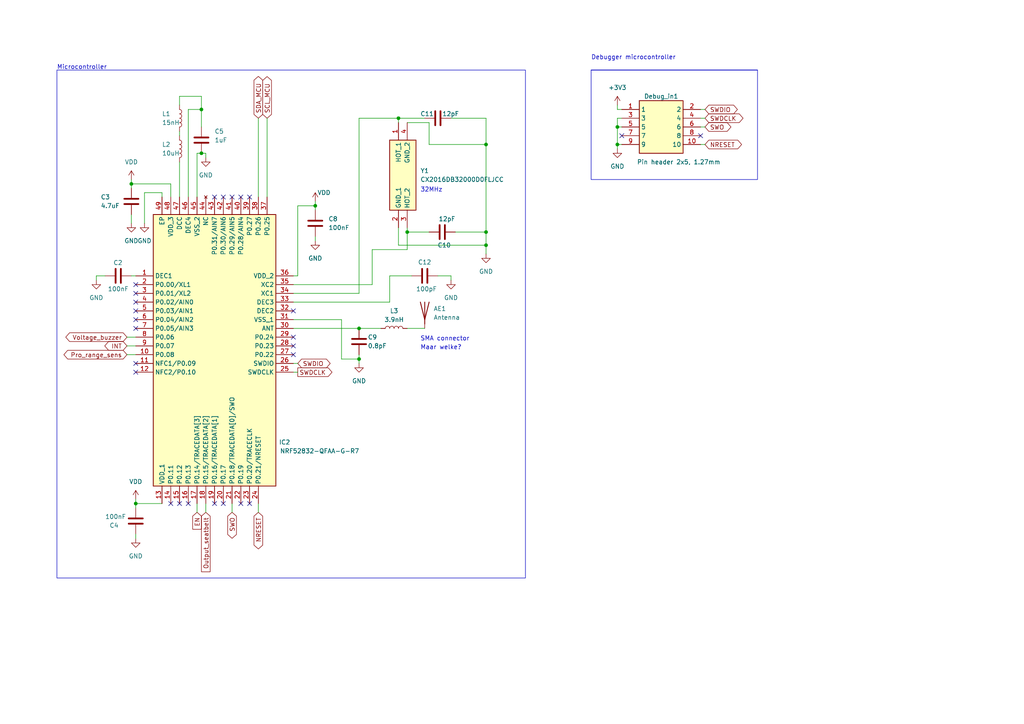
<source format=kicad_sch>
(kicad_sch (version 20230121) (generator eeschema)
  (paper "A4")
  (lib_symbols
    (symbol "CX2016DB32000D0FLJCC:CX2016DB32000D0FLJCC"
      (property "Reference" "Y" (at 26.67 7.62 0))
      (property "Value" "CX2016DB32000D0FLJCC" (at 26.67 5.08 0))
      (symbol "CX2016DB32000D0FLJCC_1_1"
        (rectangle (start 5.08 2.54) (end 25.4 -5.08) (stroke (width 0.254)) (fill (type background)))
        (pin passive line (at 0 -2.54 0) (length 5.08) (name "HOT_1") (number "1"))
        (pin passive line (at 30.48 -2.54 180) (length 5.08) (name "GND_1") (number "2"))
        (pin passive line (at 30.48 0 180) (length 5.08) (name "HOT_2") (number "3"))
        (pin passive line (at 0 0 0) (length 5.08) (name "GND_2") (number "4"))
      )
    )
    (symbol "Device:Antenna" (pin_numbers hide) (pin_names (offset 1.016) hide)
      (property "Reference" "AE" (at -1.905 1.905 0))
      (property "Value" "Antenna" (at -1.905 0 0))
      (symbol "Antenna_0_1"
        (polyline (pts (xy 0 2.54) (xy 0 -3.81)) (stroke (width 0.254)))
        (polyline (pts (xy 1.27 2.54) (xy 0 -2.54) (xy -1.27 2.54)) (stroke (width 0.254)))
      )
      (symbol "Antenna_1_1"
        (pin input line (at 0 -5.08 90) (length 2.54) (name "A") (number "1"))
      )
    )
    (symbol "Device:C" (pin_numbers hide) (pin_names (offset 0.254))
      (property "Reference" "C" (at 0.635 2.54 0))
      (property "Value" "C" (at 0.635 -2.54 0))
      (symbol "C_0_1"
        (polyline (pts (xy -2.032 -0.762) (xy 2.032 -0.762)) (stroke (width 0.508)))
        (polyline (pts (xy -2.032 0.762) (xy 2.032 0.762)) (stroke (width 0.508)))
      )
      (symbol "C_1_1"
        (pin passive line (at 0 3.81 270) (length 2.794) (name "~") (number "1"))
        (pin passive line (at 0 -3.81 90) (length 2.794) (name "~") (number "2"))
      )
    )
    (symbol "Device:L" (pin_numbers hide) (pin_names (offset 1.016) hide)
      (property "Reference" "L" (at -1.27 0 90))
      (property "Value" "L" (at 1.905 0 90))
      (symbol "L_0_1"
        (arc (start 0 -2.54) (mid 0.6323 -1.905) (end 0 -1.27))
        (arc (start 0 -1.27) (mid 0.6323 -0.635) (end 0 0))
        (arc (start 0 0) (mid 0.6323 0.635) (end 0 1.27))
        (arc (start 0 1.27) (mid 0.6323 1.905) (end 0 2.54))
      )
      (symbol "L_1_1"
        (pin passive line (at 0 3.81 270) (length 1.27) (name "1") (number "1"))
        (pin passive line (at 0 -3.81 90) (length 1.27) (name "2") (number "2"))
      )
    )
    (symbol "FTSH-105-01-L-DV-K:FTSH-105-01-L-DV-K"
      (property "Reference" "Debug_in1" (at 11.43 3.81 0))
      (property "Value" "Pin header 2x5, 1.27mm" (at 16.51 -15.24 0))
      (symbol "FTSH-105-01-L-DV-K_1_1"
        (rectangle (start 5.08 2.54) (end 17.78 -12.7) (stroke (width 0.254)) (fill (type background)))
        (pin power_out line (at 0 0 0) (length 5.08) (name "1") (number "1"))
        (pin passive line (at 22.86 -10.16 180) (length 5.08) (name "10") (number "10"))
        (pin passive line (at 22.86 0 180) (length 5.08) (name "2") (number "2"))
        (pin passive line (at 0 -2.54 0) (length 5.08) (name "3") (number "3"))
        (pin passive line (at 22.86 -2.54 180) (length 5.08) (name "4") (number "4"))
        (pin passive line (at 0 -5.08 0) (length 5.08) (name "5") (number "5"))
        (pin passive line (at 22.86 -5.08 180) (length 5.08) (name "6") (number "6"))
        (pin passive line (at 0 -7.62 0) (length 5.08) (name "7") (number "7"))
        (pin passive line (at 22.86 -7.62 180) (length 5.08) (name "8") (number "8"))
        (pin passive line (at 0 -10.16 0) (length 5.08) (name "9") (number "9"))
      )
    )
    (symbol "NRF52832-QFAA-G-R7:NRF52832-QFAA-G-R7"
      (property "Reference" "IC2" (at 43.18 -48.26 0))
      (property "Value" "NRF52832-QFAA-G-R7" (at 53.34 -50.8 0))
      (symbol "NRF52832-QFAA-G-R7_1_1"
        (rectangle (start 5.08 17.78) (end 40.64 -60.96) (stroke (width 0.254)) (fill (type background)))
        (pin passive line (at 0 0 0) (length 5.08) (name "DEC1") (number "1"))
        (pin passive line (at 0 -22.86 0) (length 5.08) (name "P0.08") (number "10"))
        (pin passive line (at 0 -25.4 0) (length 5.08) (name "NFC1/P0.09") (number "11"))
        (pin passive line (at 0 -27.94 0) (length 5.08) (name "NFC2/P0.10") (number "12"))
        (pin power_out line (at 7.62 -66.04 90) (length 5.08) (name "VDD_1") (number "13"))
        (pin passive line (at 10.16 -66.04 90) (length 5.08) (name "P0.11") (number "14"))
        (pin passive line (at 12.7 -66.04 90) (length 5.08) (name "P0.12") (number "15"))
        (pin passive line (at 15.24 -66.04 90) (length 5.08) (name "P0.13") (number "16"))
        (pin passive line (at 17.78 -66.04 90) (length 5.08) (name "P0.14/TRACEDATA[3]") (number "17"))
        (pin passive line (at 20.32 -66.04 90) (length 5.08) (name "P0.15/TRACEDATA[2]") (number "18"))
        (pin passive line (at 22.86 -66.04 90) (length 5.08) (name "P0.16/TRACEDATA[1]") (number "19"))
        (pin passive line (at 0 -2.54 0) (length 5.08) (name "P0.00/XL1") (number "2"))
        (pin passive line (at 25.4 -66.04 90) (length 5.08) (name "P0.17") (number "20"))
        (pin passive line (at 27.94 -66.04 90) (length 5.08) (name "P0.18/TRACEDATA[0]/SWO") (number "21"))
        (pin passive line (at 30.48 -66.04 90) (length 5.08) (name "P0.19") (number "22"))
        (pin passive line (at 33.02 -66.04 90) (length 5.08) (name "P0.20/TRACECLK") (number "23"))
        (pin passive line (at 35.56 -66.04 90) (length 5.08) (name "P0.21/NRESET") (number "24"))
        (pin passive line (at 45.72 -27.94 180) (length 5.08) (name "SWDCLK") (number "25"))
        (pin passive line (at 45.72 -25.4 180) (length 5.08) (name "SWDIO") (number "26"))
        (pin passive line (at 45.72 -22.86 180) (length 5.08) (name "P0.22") (number "27"))
        (pin passive line (at 45.72 -20.32 180) (length 5.08) (name "P0.23") (number "28"))
        (pin passive line (at 45.72 -17.78 180) (length 5.08) (name "P0.24") (number "29"))
        (pin passive line (at 0 -5.08 0) (length 5.08) (name "P0.01/XL2") (number "3"))
        (pin passive line (at 45.72 -15.24 180) (length 5.08) (name "ANT") (number "30"))
        (pin passive line (at 45.72 -12.7 180) (length 5.08) (name "VSS_1") (number "31"))
        (pin passive line (at 45.72 -10.16 180) (length 5.08) (name "DEC2") (number "32"))
        (pin passive line (at 45.72 -7.62 180) (length 5.08) (name "DEC3") (number "33"))
        (pin passive line (at 45.72 -5.08 180) (length 5.08) (name "XC1") (number "34"))
        (pin passive line (at 45.72 -2.54 180) (length 5.08) (name "XC2") (number "35"))
        (pin passive line (at 45.72 0 180) (length 5.08) (name "VDD_2") (number "36"))
        (pin passive line (at 38.1 22.86 270) (length 5.08) (name "P0.25") (number "37"))
        (pin passive line (at 35.56 22.86 270) (length 5.08) (name "P0.26") (number "38"))
        (pin passive line (at 33.02 22.86 270) (length 5.08) (name "P0.27") (number "39"))
        (pin passive line (at 0 -7.62 0) (length 5.08) (name "P0.02/AIN0") (number "4"))
        (pin passive line (at 30.48 22.86 270) (length 5.08) (name "P0.28/AIN4") (number "40"))
        (pin passive line (at 27.94 22.86 270) (length 5.08) (name "P0.29/AIN5") (number "41"))
        (pin passive line (at 25.4 22.86 270) (length 5.08) (name "P0.30/AIN6") (number "42"))
        (pin passive line (at 22.86 22.86 270) (length 5.08) (name "P0.31/AIN7") (number "43"))
        (pin no_connect line (at 20.32 22.86 270) (length 5.08) (name "NC") (number "44"))
        (pin passive line (at 17.78 22.86 270) (length 5.08) (name "VSS_2") (number "45"))
        (pin passive line (at 15.24 22.86 270) (length 5.08) (name "DEC4") (number "46"))
        (pin passive line (at 12.7 22.86 270) (length 5.08) (name "DCC") (number "47"))
        (pin passive line (at 10.16 22.86 270) (length 5.08) (name "VDD_3") (number "48"))
        (pin passive line (at 7.62 22.86 270) (length 5.08) (name "EP") (number "49"))
        (pin passive line (at 0 -10.16 0) (length 5.08) (name "P0.03/AIN1") (number "5"))
        (pin passive line (at 0 -12.7 0) (length 5.08) (name "P0.04/AIN2") (number "6"))
        (pin passive line (at 0 -15.24 0) (length 5.08) (name "P0.05/AIN3") (number "7"))
        (pin passive line (at 0 -17.78 0) (length 5.08) (name "P0.06") (number "8"))
        (pin passive line (at 0 -20.32 0) (length 5.08) (name "P0.07") (number "9"))
      )
    )
    (symbol "power:+3V3" (power) (pin_names (offset 0))
      (property "Value" "+3V3" (at 0 3.556 0))
      (symbol "+3V3_0_1"
        (polyline (pts (xy -0.762 1.27) (xy 0 2.54)))
        (polyline (pts (xy 0 0) (xy 0 2.54)))
        (polyline (pts (xy 0 2.54) (xy 0.762 1.27)))
      )
      (symbol "+3V3_1_1"
        (pin power_in line (at 0 0 90) (length 0) hide (name "+3V3") (number "1"))
      )
    )
    (symbol "power:GND" (power) (pin_names (offset 0))
      (property "Value" "GND" (at 0 -3.81 0))
      (symbol "GND_0_1"
        (polyline (pts (xy 0 0) (xy 0 -1.27) (xy 1.27 -1.27) (xy 0 -2.54) (xy -1.27 -1.27) (xy 0 -1.27)))
      )
      (symbol "GND_1_1"
        (pin power_in line (at 0 0 270) (length 0) hide (name "GND") (number "1"))
      )
    )
    (symbol "power:VDD" (power) (pin_names (offset 0))
      (property "Value" "VDD" (at 0 3.81 0))
      (symbol "VDD_0_1"
        (polyline (pts (xy -0.762 1.27) (xy 0 2.54)))
        (polyline (pts (xy 0 0) (xy 0 2.54)))
        (polyline (pts (xy 0 2.54) (xy 0.762 1.27)))
      )
      (symbol "VDD_1_1"
        (pin power_in line (at 0 0 90) (length 0) hide (name "VDD") (number "1"))
      )
    )
  )
  (junction (at 58.42 44.45))
  (junction (at 140.97 41.91))
  (junction (at 179.07 36.83))
  (junction (at 38.1 53.34))
  (junction (at 115.57 34.29))
  (junction (at 140.97 71.12))
  (junction (at 39.37 146.05))
  (junction (at 179.07 41.91))
  (junction (at 104.14 95.25))
  (junction (at 118.11 67.31))
  (junction (at 140.97 67.31))
  (junction (at 104.14 104.14))
  (junction (at 58.42 31.75))
  (junction (at 91.44 59.69))
  (no_connect (at 52.07 146.05))
  (no_connect (at 54.61 146.05))
  (no_connect (at 39.37 90.17))
  (no_connect (at 180.34 39.37))
  (no_connect (at 39.37 87.63))
  (no_connect (at 203.2 39.37))
  (no_connect (at 85.09 90.17))
  (no_connect (at 72.39 57.15))
  (no_connect (at 69.85 57.15))
  (no_connect (at 39.37 82.55))
  (no_connect (at 72.39 146.05))
  (no_connect (at 69.85 146.05))
  (no_connect (at 39.37 107.95))
  (no_connect (at 62.23 57.15))
  (no_connect (at 39.37 95.25))
  (no_connect (at 39.37 105.41))
  (no_connect (at 64.77 146.05))
  (no_connect (at 49.53 146.05))
  (no_connect (at 67.31 57.15))
  (no_connect (at 85.09 97.79))
  (no_connect (at 85.09 102.87))
  (no_connect (at 62.23 146.05))
  (no_connect (at 39.37 85.09))
  (no_connect (at 64.77 57.15))
  (no_connect (at 39.37 92.71))
  (no_connect (at 85.09 100.33))
  (wire (pts (xy 41.91 64.77) (xy 41.91 55.88)))
  (wire (pts (xy 74.93 34.29) (xy 74.93 57.15)))
  (wire (pts (xy 39.37 154.94) (xy 39.37 156.21)))
  (wire (pts (xy 107.95 72.39) (xy 118.11 72.39)))
  (wire (pts (xy 115.57 34.29) (xy 104.14 34.29)))
  (wire (pts (xy 91.44 58.42) (xy 91.44 59.69)))
  (wire (pts (xy 124.46 35.56) (xy 124.46 41.91)))
  (wire (pts (xy 118.11 67.31) (xy 118.11 72.39)))
  (wire (pts (xy 132.08 67.31) (xy 140.97 67.31)))
  (wire (pts (xy 59.69 146.05) (xy 59.69 148.59)))
  (wire (pts (xy 74.93 146.05) (xy 74.93 148.59)))
  (wire (pts (xy 130.81 80.01) (xy 130.81 81.28)))
  (wire (pts (xy 104.14 34.29) (xy 104.14 85.09)))
  (wire (pts (xy 46.99 55.88) (xy 46.99 57.15)))
  (wire (pts (xy 52.07 38.1) (xy 52.07 39.37)))
  (wire (pts (xy 57.15 57.15) (xy 57.15 44.45)))
  (wire (pts (xy 54.61 31.75) (xy 58.42 31.75)))
  (wire (pts (xy 38.1 52.07) (xy 38.1 53.34)))
  (wire (pts (xy 203.2 41.91) (xy 204.47 41.91)))
  (wire (pts (xy 180.34 34.29) (xy 179.07 34.29)))
  (wire (pts (xy 52.07 27.94) (xy 58.42 27.94)))
  (wire (pts (xy 118.11 95.25) (xy 123.19 95.25)))
  (wire (pts (xy 179.07 36.83) (xy 179.07 41.91)))
  (wire (pts (xy 113.03 80.01) (xy 119.38 80.01)))
  (wire (pts (xy 85.09 82.55) (xy 107.95 82.55)))
  (wire (pts (xy 85.09 80.01) (xy 86.36 80.01)))
  (wire (pts (xy 115.57 35.56) (xy 115.57 34.29)))
  (wire (pts (xy 58.42 31.75) (xy 58.42 36.83)))
  (wire (pts (xy 99.06 104.14) (xy 104.14 104.14)))
  (wire (pts (xy 85.09 105.41) (xy 86.36 105.41)))
  (wire (pts (xy 36.83 100.33) (xy 39.37 100.33)))
  (wire (pts (xy 113.03 87.63) (xy 113.03 80.01)))
  (wire (pts (xy 104.14 102.87) (xy 104.14 104.14)))
  (wire (pts (xy 41.91 55.88) (xy 46.99 55.88)))
  (wire (pts (xy 99.06 92.71) (xy 99.06 104.14)))
  (wire (pts (xy 115.57 34.29) (xy 123.19 34.29)))
  (wire (pts (xy 49.53 53.34) (xy 49.53 57.15)))
  (wire (pts (xy 27.94 81.28) (xy 27.94 80.01)))
  (wire (pts (xy 59.69 45.72) (xy 59.69 44.45)))
  (wire (pts (xy 52.07 30.48) (xy 52.07 27.94)))
  (wire (pts (xy 91.44 59.69) (xy 91.44 60.96)))
  (wire (pts (xy 85.09 85.09) (xy 104.14 85.09)))
  (wire (pts (xy 85.09 87.63) (xy 113.03 87.63)))
  (wire (pts (xy 36.83 102.87) (xy 39.37 102.87)))
  (wire (pts (xy 118.11 67.31) (xy 124.46 67.31)))
  (wire (pts (xy 91.44 68.58) (xy 91.44 69.85)))
  (wire (pts (xy 85.09 95.25) (xy 104.14 95.25)))
  (wire (pts (xy 115.57 66.04) (xy 115.57 71.12)))
  (wire (pts (xy 27.94 80.01) (xy 30.48 80.01)))
  (wire (pts (xy 203.2 31.75) (xy 204.47 31.75)))
  (wire (pts (xy 86.36 80.01) (xy 86.36 59.69)))
  (wire (pts (xy 140.97 71.12) (xy 140.97 73.66)))
  (wire (pts (xy 203.2 34.29) (xy 204.47 34.29)))
  (wire (pts (xy 179.07 30.48) (xy 179.07 31.75)))
  (wire (pts (xy 140.97 67.31) (xy 140.97 71.12)))
  (wire (pts (xy 38.1 80.01) (xy 39.37 80.01)))
  (wire (pts (xy 58.42 27.94) (xy 58.42 31.75)))
  (wire (pts (xy 59.69 44.45) (xy 58.42 44.45)))
  (wire (pts (xy 57.15 44.45) (xy 58.42 44.45)))
  (wire (pts (xy 52.07 46.99) (xy 52.07 57.15)))
  (wire (pts (xy 118.11 35.56) (xy 124.46 35.56)))
  (wire (pts (xy 130.81 34.29) (xy 140.97 34.29)))
  (wire (pts (xy 36.83 97.79) (xy 39.37 97.79)))
  (wire (pts (xy 85.09 107.95) (xy 86.36 107.95)))
  (wire (pts (xy 115.57 71.12) (xy 140.97 71.12)))
  (wire (pts (xy 38.1 53.34) (xy 38.1 54.61)))
  (wire (pts (xy 124.46 41.91) (xy 140.97 41.91)))
  (wire (pts (xy 104.14 95.25) (xy 110.49 95.25)))
  (wire (pts (xy 77.47 34.29) (xy 77.47 57.15)))
  (wire (pts (xy 86.36 59.69) (xy 91.44 59.69)))
  (wire (pts (xy 179.07 34.29) (xy 179.07 36.83)))
  (wire (pts (xy 57.15 146.05) (xy 57.15 148.59)))
  (wire (pts (xy 179.07 41.91) (xy 180.34 41.91)))
  (wire (pts (xy 54.61 57.15) (xy 54.61 31.75)))
  (wire (pts (xy 85.09 92.71) (xy 99.06 92.71)))
  (wire (pts (xy 179.07 43.18) (xy 179.07 41.91)))
  (wire (pts (xy 179.07 31.75) (xy 180.34 31.75)))
  (wire (pts (xy 39.37 144.78) (xy 39.37 146.05)))
  (wire (pts (xy 39.37 146.05) (xy 39.37 147.32)))
  (wire (pts (xy 38.1 53.34) (xy 49.53 53.34)))
  (wire (pts (xy 104.14 104.14) (xy 104.14 105.41)))
  (wire (pts (xy 140.97 34.29) (xy 140.97 41.91)))
  (wire (pts (xy 39.37 146.05) (xy 46.99 146.05)))
  (wire (pts (xy 140.97 41.91) (xy 140.97 67.31)))
  (wire (pts (xy 127 80.01) (xy 130.81 80.01)))
  (wire (pts (xy 203.2 36.83) (xy 204.47 36.83)))
  (wire (pts (xy 107.95 82.55) (xy 107.95 72.39)))
  (wire (pts (xy 118.11 66.04) (xy 118.11 67.31)))
  (wire (pts (xy 67.31 146.05) (xy 67.31 148.59)))
  (wire (pts (xy 179.07 36.83) (xy 180.34 36.83)))
  (wire (pts (xy 38.1 62.23) (xy 38.1 64.77)))
  (rectangle (start 171.45 20.32) (end 219.71 20.32))
  (rectangle (start 16.51 20.32) (end 152.4 167.64))
  (rectangle (start 171.45 20.32) (end 219.71 52.07))
  (text "32MHz\n" (at 121.92 55.88 0) (effects (font (size 1.27 1.27)) (justify left bottom)))
  (text "Microcontroller\n" (at 16.51 20.32 0) (effects (font (size 1.27 1.27)) (justify left bottom)))
  (text "Maar welke?\n" (at 121.92 101.6 0) (effects (font (size 1.27 1.27)) (justify left bottom)))
  (text "SMA connector\n" (at 121.92 99.06 0) (effects (font (size 1.27 1.27)) (justify left bottom)))
  (text "Debugger microcontroller\n\n\n" (at 171.45 21.59 0) (effects (font (size 1.27 1.27)) (justify left bottom)))
  (global_label "Pro_range_sens" (shape bidirectional) (at 36.83 102.87 180) (property "Intersheetrefs" "${INTERSHEET_REFS}" (effects hide)))
  (global_label "SWDCLK" (shape output) (at 86.36 107.95 0) (property "Intersheetrefs" "${INTERSHEET_REFS}" (effects hide)))
  (global_label "NRESET" (shape bidirectional) (at 74.93 148.59 270) (property "Intersheetrefs" "${INTERSHEET_REFS}" (effects hide)))
  (global_label "NRESET" (shape bidirectional) (at 204.47 41.91 0) (property "Intersheetrefs" "${INTERSHEET_REFS}" (effects hide)))
  (global_label "Output_seatbelt" (shape input) (at 59.69 148.59 270) (property "Intersheetrefs" "${INTERSHEET_REFS}" (effects hide)))
  (global_label "SWO" (shape bidirectional) (at 204.47 36.83 0) (property "Intersheetrefs" "${INTERSHEET_REFS}" (effects hide)))
  (global_label "SWO" (shape bidirectional) (at 67.31 148.59 270) (property "Intersheetrefs" "${INTERSHEET_REFS}" (effects hide)))
  (global_label "SDA_MCU" (shape bidirectional) (at 74.93 34.29 90) (property "Intersheetrefs" "${INTERSHEET_REFS}" (effects hide)))
  (global_label "INT" (shape bidirectional) (at 36.83 100.33 180) (property "Intersheetrefs" "${INTERSHEET_REFS}" (effects hide)))
  (global_label "SWDCLK" (shape bidirectional) (at 204.47 34.29 0) (property "Intersheetrefs" "${INTERSHEET_REFS}" (effects hide)))
  (global_label "SWDIO" (shape bidirectional) (at 86.36 105.41 0) (property "Intersheetrefs" "${INTERSHEET_REFS}" (effects hide)))
  (global_label "Voltage_buzzer" (shape bidirectional) (at 36.83 97.79 180) (property "Intersheetrefs" "${INTERSHEET_REFS}" (effects hide)))
  (global_label "EN" (shape input) (at 57.15 148.59 270) (property "Intersheetrefs" "${INTERSHEET_REFS}" (effects hide)))
  (global_label "SCL_MCU" (shape bidirectional) (at 77.47 34.29 90) (property "Intersheetrefs" "${INTERSHEET_REFS}" (effects hide)))
  (global_label "SWDIO" (shape bidirectional) (at 204.47 31.75 0) (property "Intersheetrefs" "${INTERSHEET_REFS}" (effects hide)))
  (symbol (lib_id "power:GND") (at 38.1 64.77 0) (unit 1)
    (property "Reference" "#PWR011" (effects hide))
    (property "Value" "GND" (at 38.1 69.85 0))
    (instances (project "Driver_detector" (path "" (reference "#PWR011") (unit 1)) (path "" (reference "#PWR011") (unit 1))) (project "pcbIOT" (path "" (reference "#PWR022") (unit 1))))
  )
  (symbol (lib_id "NRF52832-QFAA-G-R7:NRF52832-QFAA-G-R7") (at 39.37 80.01 0) (unit 1)
    (property "Reference" "IC2" (at 82.55 128.27 0))
    (property "Value" "NRF52832-QFAA-G-R7" (at 92.71 130.81 0))
    (property "Footprint" "KiCad:QFN40P600X600X95-49N" (effects hide))
    (property "Datasheet" "https://infocenter.nordicsemi.com/pdf/nRF52832_PS_v1.8.pdf" (effects hide))
    (property "Height" "0.95" (effects hide))
    (property "Mouser Part Number" "949-NRF52832QFAAG-R7" (effects hide))
    (property "Mouser Price/Stock" "https://www.mouser.co.uk/ProductDetail/Nordic-Semiconductor/NRF52832-QFAA-G-R7?qs=iLbezkQI%252BsiMpMdgrsoFbQ%3D%3D" (effects hide))
    (property "Manufacturer_Name" "Nordic Semiconductor" (effects hide))
    (property "Manufacturer_Part_Number" "NRF52832-QFAA-G-R7" (effects hide))
    (instances (project "Driver_detector" (path "" (reference "IC2") (unit 1)) (path "" (reference "IC2") (unit 1))) (project "pcbIOT" (path "" (reference "IC1") (unit 1))))
  )
  (symbol (lib_id "power:GND") (at 130.81 81.28 0) (unit 1)
    (property "Reference" "#PWR023" (effects hide))
    (property "Value" "GND" (at 130.81 86.36 0))
    (instances (project "Driver_detector" (path "" (reference "#PWR023") (unit 1)) (path "" (reference "#PWR023") (unit 1))) (project "pcbIOT" (path "" (reference "#PWR025") (unit 1))))
  )
  (symbol (lib_id "Device:C") (at 91.44 64.77 0) (unit 1)
    (property "Reference" "C8" (at 95.25 63.5 0) (effects (justify left)))
    (property "Value" "100nF" (at 95.25 66.04 0) (effects (justify left)))
    (property "Footprint" "Capacitor_SMD:C_0805_2012Metric_Pad1.18x1.45mm_HandSolder" (effects hide))
    (instances (project "Driver_detector" (path "" (reference "C8") (unit 1)) (path "" (reference "C8") (unit 1))) (project "pcbIOT" (path "" (reference "C5") (unit 1))))
  )
  (symbol (lib_id "power:VDD") (at 91.44 58.42 0) (unit 1)
    (property "Reference" "#PWR020" (effects hide))
    (property "Value" "VDD" (at 93.98 55.88 0))
    (instances (project "Driver_detector" (path "" (reference "#PWR020") (unit 1)) (path "" (reference "#PWR020") (unit 1))) (project "pcbIOT" (path "" (reference "#PWR018") (unit 1))))
  )
  (symbol (lib_id "power:GND") (at 41.91 64.77 0) (unit 1)
    (property "Reference" "#PWR014" (effects hide))
    (property "Value" "GND" (at 41.91 69.85 0))
    (instances (project "Driver_detector" (path "" (reference "#PWR014") (unit 1)) (path "" (reference "#PWR014") (unit 1))) (project "pcbIOT" (path "" (reference "#PWR020") (unit 1))))
  )
  (symbol (lib_id "Device:C") (at 39.37 151.13 0) (unit 1)
    (property "Reference" "C4" (at 31.75 152.4 0) (effects (justify left)))
    (property "Value" "100nF" (at 30.48 149.86 0) (effects (justify left)))
    (property "Footprint" "Capacitor_SMD:C_0805_2012Metric_Pad1.18x1.45mm_HandSolder" (effects hide))
  )
  (symbol (lib_id "power:GND") (at 59.69 45.72 0) (unit 1)
    (property "Reference" "#PWR015" (effects hide))
    (property "Value" "GND" (at 59.69 50.8 0))
    (instances (project "Driver_detector" (path "" (reference "#PWR015") (unit 1)) (path "" (reference "#PWR015") (unit 1))) (project "pcbIOT" (path "" (reference "#PWR023") (unit 1))))
  )
  (symbol (lib_id "Device:L") (at 114.3 95.25 90) (unit 1)
    (property "Reference" "L3" (at 114.3 90.17 90))
    (property "Value" "3.9nH" (at 114.3 92.71 90))
    (property "Footprint" "Inductor_SMD:L_0805_2012Metric_Pad1.15x1.40mm_HandSolder" (effects hide))
    (instances (project "Driver_detector" (path "" (reference "L3") (unit 1)) (path "" (reference "L3") (unit 1))) (project "pcbIOT" (path "" (reference "L4") (unit 1))))
  )
  (symbol (lib_id "Device:C") (at 104.14 99.06 0) (unit 1)
    (property "Reference" "C9" (at 106.68 97.79 0) (effects (justify left)))
    (property "Value" "0.8pF" (at 106.68 100.33 0) (effects (justify left)))
    (property "Footprint" "Capacitor_SMD:C_0805_2012Metric_Pad1.18x1.45mm_HandSolder" (effects hide))
    (instances (project "Driver_detector" (path "" (reference "C9") (unit 1)) (path "" (reference "C9") (unit 1))) (project "pcbIOT" (path "" (reference "C11") (unit 1))))
  )
  (symbol (lib_id "power:VDD") (at 39.37 144.78 0) (unit 1)
    (property "Reference" "#PWR012" (effects hide))
    (property "Value" "VDD" (at 39.37 139.7 0))
    (instances (project "Driver_detector" (path "" (reference "#PWR012") (unit 1)) (path "" (reference "#PWR012") (unit 1))) (project "pcbIOT" (path "" (reference "#PWR017") (unit 1))))
  )
  (symbol (lib_id "CX2016DB32000D0FLJCC:CX2016DB32000D0FLJCC") (at 118.11 35.56 270) (unit 1)
    (property "Reference" "Y1" (at 121.92 49.53 90) (effects (justify left)))
    (property "Value" "CX2016DB32000D0FLJCC" (at 121.92 52.07 90) (effects (justify left)))
    (property "Footprint" "LIB_CX2016DB32000:CX2016DB32000D0FLJCC" (effects hide))
    (property "Datasheet" "https://componentsearchengine.com/Datasheets/1/CX2016DB32000D0FLJCC.pdf" (effects hide))
    (property "Height" "0.45" (effects hide))
    (property "Manufacturer_Name" "AVX" (effects hide))
    (property "Manufacturer_Part_Number" "CX2016DB32000D0FLJCC" (effects hide))
    (property "Mouser Part Number" "581-CX2016DB32DFLJCC" (effects hide))
    (property "Mouser Price/Stock" "https://www.mouser.com/Search/Refine.aspx?Keyword=581-CX2016DB32DFLJCC" (effects hide))
    (property "Arrow Part Number" "CX2016DB32000D0FLJCC" (effects hide))
    (property "Arrow Price/Stock" "https://www.arrow.com/en/products/cx2016db32000d0fljcc/avx" (effects hide))
  )
  (symbol (lib_id "Device:C") (at 38.1 58.42 0) (unit 1)
    (property "Reference" "C3" (at 29.21 57.15 0) (effects (justify left)))
    (property "Value" "4.7uF" (at 29.21 59.69 0) (effects (justify left)))
    (property "Footprint" "Capacitor_SMD:C_0805_2012Metric_Pad1.18x1.45mm_HandSolder" (effects hide))
    (instances (project "Driver_detector" (path "" (reference "C3") (unit 1)) (path "" (reference "C3") (unit 1))) (project "pcbIOT" (path "" (reference "C6") (unit 1))))
  )
  (symbol (lib_id "power:GND") (at 27.94 81.28 0) (unit 1)
    (property "Reference" "#PWR09" (effects hide))
    (property "Value" "GND" (at 27.94 86.36 0))
    (instances (project "Driver_detector" (path "" (reference "#PWR09") (unit 1)) (path "" (reference "#PWR09") (unit 1))) (project "pcbIOT" (path "" (reference "#PWR015") (unit 1))))
  )
  (symbol (lib_id "Device:C") (at 34.29 80.01 90) (unit 1)
    (property "Reference" "C2" (at 35.56 76.2 90) (effects (justify left)))
    (property "Value" "100nF" (at 37.3305 83.8108 90) (effects (justify left)))
    (property "Footprint" "Capacitor_SMD:C_0805_2012Metric_Pad1.18x1.45mm_HandSolder" (effects hide))
    (instances (project "Driver_detector" (path "" (reference "C2") (unit 1)) (path "" (reference "C2") (unit 1))) (project "pcbIOT" (path "" (reference "C3") (unit 1))))
  )
  (symbol (lib_id "power:GND") (at 179.07 43.18 0) (unit 1)
    (property "Reference" "#PWR05" (effects hide))
    (property "Value" "GND" (at 179.07 48.26 0))
    (instances (project "Driver_detector" (path "" (reference "#PWR05") (unit 1)) (path "" (reference "#PWR044") (unit 1))) (project "pcbIOT" (path "" (reference "#PWR02") (unit 1))))
  )
  (symbol (lib_id "Device:Antenna") (at 123.19 90.17 0) (unit 1)
    (property "Reference" "AE1" (at 125.73 89.535 0) (effects (justify left)))
    (property "Value" "Antenna" (at 125.73 92.075 0) (effects (justify left)))
    (property "Footprint" "Driver_detector:SMA-connector" (effects hide))
  )
  (symbol (lib_id "Device:C") (at 123.19 80.01 270) (unit 1)
    (property "Reference" "C12" (at 121.2098 76.0489 90) (effects (justify left)))
    (property "Value" "100pF" (at 120.65 83.82 90) (effects (justify left)))
    (property "Footprint" "Capacitor_SMD:C_0805_2012Metric_Pad1.18x1.45mm_HandSolder" (effects hide))
    (instances (project "Driver_detector" (path "" (reference "C12") (unit 1)) (path "" (reference "C12") (unit 1))) (project "pcbIOT" (path "" (reference "C10") (unit 1))))
  )
  (symbol (lib_id "FTSH-105-01-L-DV-K:FTSH-105-01-L-DV-K") (at 180.34 31.75 0) (unit 1)
    (property "Reference" "Debug_in1" (at 191.77 27.94 0))
    (property "Value" "Pin header 2x5, 1.27mm" (at 196.85 46.99 0))
    (property "Footprint" "KiCad:FTSH10501LDVK" (effects hide))
    (property "Datasheet" "https://www.arrow.com/en/products/ftsh-105-01-l-dv-k/samtec" (effects hide))
    (property "Height" "6.1" (effects hide))
    (property "Mouser Part Number" "200-FTSH10501LDVK" (effects hide))
    (property "Mouser Price/Stock" "https://www.mouser.co.uk/ProductDetail/Samtec/FTSH-105-01-L-DV-K?qs=%252B5JSS813miOqo3Vy%252BvhCFg%3D%3D" (effects hide))
    (property "Manufacturer_Name" "SAMTEC" (effects hide))
    (property "Manufacturer_Part_Number" "FTSH-105-01-L-DV-K" (effects hide))
    (instances (project "Driver_detector" (path "" (reference "Debug_in1") (unit 1)) (path "" (reference "Debug_in1") (unit 1))) (project "pcbIOT" (path "" (reference "Debug_in") (unit 1))))
  )
  (symbol (lib_id "power:GND") (at 39.37 156.21 0) (unit 1)
    (property "Reference" "#PWR013" (effects hide))
    (property "Value" "GND" (at 39.37 161.29 0))
    (instances (project "Driver_detector" (path "" (reference "#PWR013") (unit 1)) (path "" (reference "#PWR013") (unit 1))) (project "pcbIOT" (path "" (reference "#PWR016") (unit 1))))
  )
  (symbol (lib_id "Device:C") (at 128.27 67.31 90) (unit 1)
    (property "Reference" "C10" (at 130.81 71.12 90) (effects (justify left)))
    (property "Value" "12pF" (at 132.08 63.5 90) (effects (justify left)))
    (property "Footprint" "Capacitor_SMD:C_0805_2012Metric_Pad1.18x1.45mm_HandSolder" (effects hide))
    (instances (project "Driver_detector" (path "" (reference "C10") (unit 1)) (path "" (reference "C10") (unit 1))) (project "pcbIOT" (path "" (reference "C8") (unit 1))))
  )
  (symbol (lib_id "Device:C") (at 58.42 40.64 0) (unit 1)
    (property "Reference" "C5" (at 62.23 38.1 0) (effects (justify left)))
    (property "Value" "1uF" (at 62.23 40.64 0) (effects (justify left)))
    (property "Footprint" "Capacitor_SMD:C_0805_2012Metric_Pad1.18x1.45mm_HandSolder" (effects hide))
    (instances (project "Driver_detector" (path "" (reference "C5") (unit 1)) (path "" (reference "C5") (unit 1))) (project "pcbIOT" (path "" (reference "C7") (unit 1))))
  )
  (symbol (lib_id "Device:L") (at 52.07 43.18 0) (unit 1)
    (property "Reference" "L2" (at 46.99 41.91 0) (effects (justify left)))
    (property "Value" "10uH" (at 46.99 44.45 0) (effects (justify left)))
    (property "Footprint" "Inductor_SMD:L_0805_2012Metric_Pad1.15x1.40mm_HandSolder" (effects hide))
  )
  (symbol (lib_id "power:GND") (at 140.97 73.66 0) (unit 1)
    (property "Reference" "#PWR024" (effects hide))
    (property "Value" "GND" (at 140.97 78.74 0))
  )
  (symbol (lib_id "power:GND") (at 104.14 105.41 0) (unit 1)
    (property "Reference" "#PWR022" (effects hide))
    (property "Value" "GND" (at 104.14 110.49 0))
    (instances (project "Driver_detector" (path "" (reference "#PWR022") (unit 1)) (path "" (reference "#PWR022") (unit 1))) (project "pcbIOT" (path "" (reference "#PWR026") (unit 1))))
  )
  (symbol (lib_id "power:GND") (at 91.44 69.85 0) (unit 1)
    (property "Reference" "#PWR021" (effects hide))
    (property "Value" "GND" (at 91.44 74.93 0))
    (instances (project "Driver_detector" (path "" (reference "#PWR021") (unit 1)) (path "" (reference "#PWR021") (unit 1))) (project "pcbIOT" (path "" (reference "#PWR019") (unit 1))))
  )
  (symbol (lib_id "Device:C") (at 127 34.29 270) (unit 1)
    (property "Reference" "C11" (at 121.92 33.02 90) (effects (justify left)))
    (property "Value" "12pF" (at 128.27 33.02 90) (effects (justify left)))
    (property "Footprint" "Capacitor_SMD:C_0805_2012Metric_Pad1.18x1.45mm_HandSolder" (effects hide))
    (instances (project "Driver_detector" (path "" (reference "C11") (unit 1)) (path "" (reference "C11") (unit 1))) (project "pcbIOT" (path "" (reference "C9") (unit 1))))
  )
  (symbol (lib_id "Device:L") (at 52.07 34.29 0) (unit 1)
    (property "Reference" "L1" (at 46.99 33.02 0) (effects (justify left)))
    (property "Value" "15nH" (at 46.99 35.56 0) (effects (justify left)))
    (property "Footprint" "Inductor_SMD:L_0805_2012Metric_Pad1.15x1.40mm_HandSolder" (effects hide))
    (instances (project "Driver_detector" (path "" (reference "L1") (unit 1)) (path "" (reference "L1") (unit 1))) (project "pcbIOT" (path "" (reference "L3") (unit 1))))
  )
  (symbol (lib_id "power:VDD") (at 38.1 52.07 0) (unit 1)
    (property "Reference" "#PWR010" (effects hide))
    (property "Value" "VDD" (at 38.1 46.99 0))
    (instances (project "Driver_detector" (path "" (reference "#PWR010") (unit 1)) (path "" (reference "#PWR010") (unit 1))) (project "pcbIOT" (path "" (reference "#PWR021") (unit 1))))
  )
  (symbol (lib_id "power:+3V3") (at 179.07 30.48 0) (unit 1)
    (property "Reference" "#PWR044" (effects hide))
    (property "Value" "+3V3" (at 179.07 25.4 0))
    (instances (project "Driver_detector" (path "" (reference "#PWR044") (unit 1)) (path "" (reference "#PWR05") (unit 1))))
  )
)
</source>
